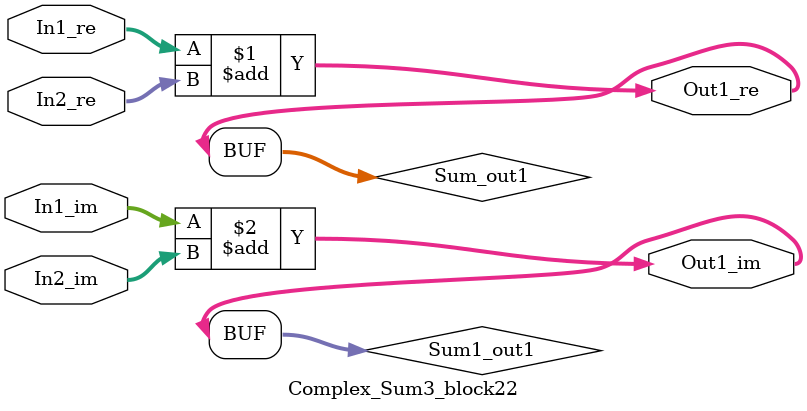
<source format=v>



`timescale 1 ns / 1 ns

module Complex_Sum3_block22
          (In1_re,
           In1_im,
           In2_re,
           In2_im,
           Out1_re,
           Out1_im);


  input   signed [36:0] In1_re;  // sfix37_En22
  input   signed [36:0] In1_im;  // sfix37_En22
  input   signed [36:0] In2_re;  // sfix37_En22
  input   signed [36:0] In2_im;  // sfix37_En22
  output  signed [36:0] Out1_re;  // sfix37_En22
  output  signed [36:0] Out1_im;  // sfix37_En22


  wire signed [36:0] Sum_out1;  // sfix37_En22
  wire signed [36:0] Sum1_out1;  // sfix37_En22


  assign Sum_out1 = In1_re + In2_re;



  assign Out1_re = Sum_out1;

  assign Sum1_out1 = In1_im + In2_im;



  assign Out1_im = Sum1_out1;

endmodule  // Complex_Sum3_block22


</source>
